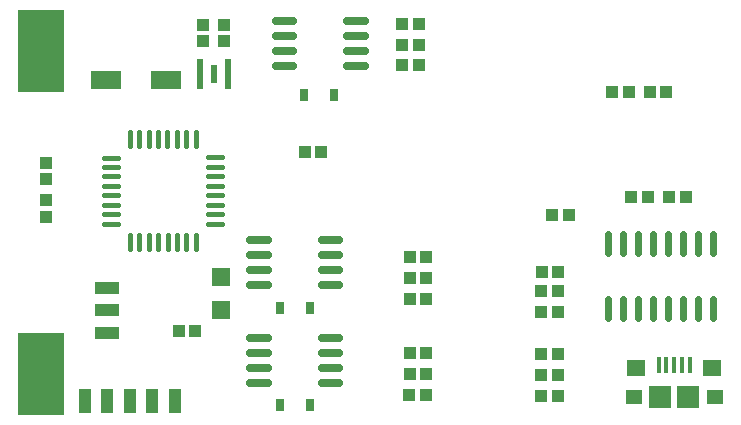
<source format=gbp>
G04 Layer: BottomPasteMaskLayer*
G04 EasyEDA v5.9.41, Fri, 08 Feb 2019 23:39:09 GMT*
G04 113b46e1fbc2432c9b03807f1b5d6b43*
G04 Gerber Generator version 0.2*
G04 Scale: 100 percent, Rotated: No, Reflected: No *
G04 Dimensions in millimeters *
G04 leading zeros omitted , absolute positions ,3 integer and 3 decimal *
%FSLAX33Y33*%
%MOMM*%
G90*
G71D02*

%ADD17C,0.599999*%
%ADD21R,3.999992X7.000011*%
%ADD24R,1.099998X0.999998*%
%ADD25R,0.999998X1.099998*%
%ADD26R,1.600200X1.600200*%
%ADD30C,0.699999*%
%ADD31C,0.450012*%
%ADD32R,1.600200X1.399540*%
%ADD33R,1.450340X1.300480*%
%ADD34R,1.899920X1.899920*%
%ADD35R,0.398780X1.348740*%
%ADD36R,0.499999X2.499995*%
%ADD37R,0.499999X1.599997*%
%ADD38R,0.799998X0.999998*%
%ADD39R,2.540000X1.524000*%
%ADD40R,1.999996X0.999998*%
%ADD41R,0.999998X1.999996*%

%LPD*%
G54D17*
G01X59309Y10172D02*
G01X59309Y8572D01*
G01X58039Y10172D02*
G01X58039Y8572D01*
G01X56769Y10172D02*
G01X56769Y8572D01*
G01X55499Y10172D02*
G01X55499Y8572D01*
G01X54229Y10172D02*
G01X54229Y8572D01*
G01X52959Y10172D02*
G01X52959Y8572D01*
G01X51689Y10172D02*
G01X51689Y8572D01*
G01X50419Y10172D02*
G01X50419Y8572D01*
G01X59309Y15709D02*
G01X59309Y14109D01*
G01X58039Y15709D02*
G01X58039Y14109D01*
G01X56769Y15709D02*
G01X56769Y14109D01*
G01X55499Y15709D02*
G01X55499Y14109D01*
G01X54229Y15709D02*
G01X54229Y14109D01*
G01X52959Y15709D02*
G01X52959Y14109D01*
G01X51689Y15709D02*
G01X51689Y14109D01*
G01X50419Y15709D02*
G01X50419Y14109D01*
G54D31*
G01X8931Y22174D02*
G01X7731Y22174D01*
G01X8931Y21374D02*
G01X7731Y21374D01*
G01X8931Y20574D02*
G01X7731Y20574D01*
G01X8931Y19773D02*
G01X7731Y19773D01*
G01X8931Y18976D02*
G01X7731Y18976D01*
G01X8931Y18176D02*
G01X7731Y18176D01*
G01X8931Y17376D02*
G01X7731Y17376D01*
G01X8931Y16576D02*
G01X7731Y16576D01*
G01X9906Y15611D02*
G01X9906Y14411D01*
G01X10706Y15611D02*
G01X10706Y14411D01*
G01X11506Y15611D02*
G01X11506Y14411D01*
G01X12306Y15611D02*
G01X12306Y14411D01*
G01X13103Y15611D02*
G01X13103Y14411D01*
G01X13903Y15611D02*
G01X13903Y14411D01*
G01X14704Y15611D02*
G01X14704Y14411D01*
G01X15504Y15611D02*
G01X15504Y14411D01*
G01X17694Y16586D02*
G01X16494Y16586D01*
G01X17694Y17386D02*
G01X16494Y17386D01*
G01X17694Y18186D02*
G01X16494Y18186D01*
G01X17694Y18986D02*
G01X16494Y18986D01*
G01X17694Y19784D02*
G01X16494Y19784D01*
G01X17694Y20584D02*
G01X16494Y20584D01*
G01X17694Y21384D02*
G01X16494Y21384D01*
G01X17694Y22184D02*
G01X16494Y22184D01*
G01X15494Y24348D02*
G01X15494Y23149D01*
G01X14693Y24348D02*
G01X14693Y23149D01*
G01X13893Y24348D02*
G01X13893Y23149D01*
G01X13093Y24348D02*
G01X13093Y23149D01*
G01X12296Y24348D02*
G01X12296Y23149D01*
G01X11496Y24348D02*
G01X11496Y23149D01*
G01X10695Y24348D02*
G01X10695Y23149D01*
G01X9895Y24348D02*
G01X9895Y23149D01*
G54D30*
G01X21603Y3124D02*
G01X20103Y3124D01*
G01X21603Y4394D02*
G01X20103Y4394D01*
G01X21603Y5664D02*
G01X20103Y5664D01*
G01X21603Y6934D02*
G01X20103Y6934D01*
G01X27648Y3124D02*
G01X26148Y3124D01*
G01X27648Y4394D02*
G01X26148Y4394D01*
G01X27648Y5664D02*
G01X26148Y5664D01*
G01X27648Y6934D02*
G01X26148Y6934D01*
G01X23762Y29921D02*
G01X22262Y29921D01*
G01X23762Y31191D02*
G01X22262Y31191D01*
G01X23762Y32461D02*
G01X22262Y32461D01*
G01X23762Y33731D02*
G01X22262Y33731D01*
G01X29807Y29921D02*
G01X28307Y29921D01*
G01X29807Y31191D02*
G01X28307Y31191D01*
G01X29807Y32461D02*
G01X28307Y32461D01*
G01X29807Y33731D02*
G01X28307Y33731D01*
G01X21603Y11379D02*
G01X20103Y11379D01*
G01X21603Y12649D02*
G01X20103Y12649D01*
G01X21603Y13919D02*
G01X20103Y13919D01*
G01X21603Y15189D02*
G01X20103Y15189D01*
G01X27648Y11379D02*
G01X26148Y11379D01*
G01X27648Y12649D02*
G01X26148Y12649D01*
G01X27648Y13919D02*
G01X26148Y13919D01*
G01X27648Y15189D02*
G01X26148Y15189D01*
G54D32*
G01X59207Y4356D03*
G01X52806Y4356D03*
G54D33*
G01X59436Y1917D03*
G01X52578Y1917D03*
G54D34*
G01X57200Y1917D03*
G01X54813Y1917D03*
G54D35*
G01X57302Y4584D03*
G01X54711Y4584D03*
G01X56667Y4584D03*
G01X55346Y4584D03*
G01X56007Y4584D03*
G54D36*
G01X15819Y29286D03*
G54D37*
G01X17018Y29286D03*
G54D36*
G01X18216Y29286D03*
G54D25*
G01X46127Y1981D03*
G01X44728Y1981D03*
G01X46127Y3759D03*
G01X44728Y3759D03*
G01X44736Y5525D03*
G01X46137Y5525D03*
G01X34990Y3886D03*
G01X33590Y3886D03*
G01X34990Y5664D03*
G01X33590Y5664D03*
G01X33589Y2108D03*
G01X34990Y2108D03*
G54D38*
G01X22606Y1218D03*
G01X25146Y1218D03*
G54D25*
G01X44765Y10871D03*
G01X46166Y10871D03*
G01X44765Y9093D03*
G01X46166Y9093D03*
G01X52385Y18872D03*
G01X53786Y18872D03*
G01X50734Y27762D03*
G01X52135Y27762D03*
G01X56961Y18872D03*
G01X55561Y18872D03*
G01X55310Y27762D03*
G01X53910Y27762D03*
G01X46166Y12522D03*
G01X44766Y12522D03*
G01X47055Y17348D03*
G01X45655Y17348D03*
G01X26100Y22682D03*
G01X24700Y22682D03*
G54D24*
G01X16129Y33415D03*
G01X16129Y32015D03*
G01X17907Y33415D03*
G01X17907Y32015D03*
G54D25*
G01X15458Y7503D03*
G01X14059Y7503D03*
G54D24*
G01X2794Y18556D03*
G01X2794Y17156D03*
G54D25*
G01X34355Y30048D03*
G01X32955Y30048D03*
G01X34355Y33477D03*
G01X32955Y33477D03*
G01X34355Y31699D03*
G01X32955Y31699D03*
G54D38*
G01X24638Y27507D03*
G01X27178Y27507D03*
G54D25*
G01X34990Y10236D03*
G01X33590Y10236D03*
G01X34990Y13792D03*
G01X33590Y13792D03*
G01X34990Y12014D03*
G01X33590Y12014D03*
G54D38*
G01X22606Y9473D03*
G01X25146Y9473D03*
G54D39*
G01X7874Y28778D03*
G01X12954Y28778D03*
G54D24*
G01X2794Y20331D03*
G01X2794Y21730D03*
G54D26*
G01X17648Y9283D03*
G01X17648Y12082D03*
G54D40*
G01X8001Y7315D03*
G01X7996Y9245D03*
G01X8001Y11125D03*
G54D21*
G01X2413Y31191D03*
G54D41*
G01X6096Y1600D03*
G01X13716Y1600D03*
G01X11811Y1600D03*
G01X9906Y1600D03*
G01X8001Y1600D03*
G54D21*
G01X2413Y3886D03*
M00*
M02*

</source>
